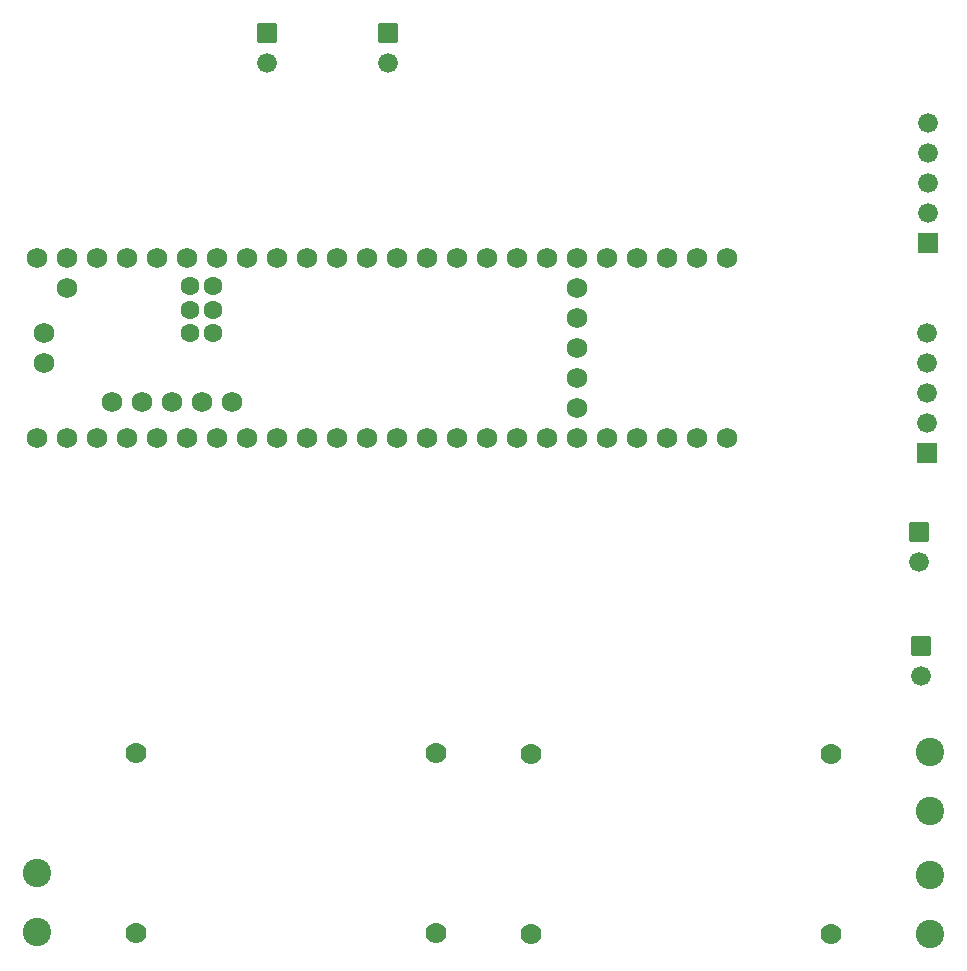
<source format=gbs>
G04 Layer: BottomSolderMaskLayer*
G04 EasyEDA v6.5.39, 2024-01-10 21:05:38*
G04 9cfd073529b94999841d5e3d22f50bd2,208856bd7ad64deca1bfdec547b981c7,10*
G04 Gerber Generator version 0.2*
G04 Scale: 100 percent, Rotated: No, Reflected: No *
G04 Dimensions in millimeters *
G04 leading zeros omitted , absolute positions ,4 integer and 5 decimal *
%FSLAX45Y45*%
%MOMM*%

%AMMACRO1*1,1,$1,$2,$3*1,1,$1,$4,$5*1,1,$1,0-$2,0-$3*1,1,$1,0-$4,0-$5*20,1,$1,$2,$3,$4,$5,0*20,1,$1,$4,$5,0-$2,0-$3,0*20,1,$1,0-$2,0-$3,0-$4,0-$5,0*20,1,$1,0-$4,0-$5,$2,$3,0*4,1,4,$2,$3,$4,$5,0-$2,0-$3,0-$4,0-$5,$2,$3,0*%
%ADD10MACRO1,0.1016X0.7874X-0.7874X-0.7874X-0.7874*%
%ADD11C,1.6764*%
%ADD12R,1.6764X1.6764*%
%ADD13C,1.7780*%
%ADD14C,1.7272*%
%ADD15C,1.6032*%
%ADD16C,2.4016*%

%LPD*%
D10*
G01*
X7823200Y-2908300D03*
D11*
G01*
X7823200Y-3162300D03*
D10*
G01*
X7810500Y-1943100D03*
D11*
G01*
X7810500Y-2197100D03*
D10*
G01*
X2286000Y2286000D03*
D11*
G01*
X2286000Y2032000D03*
D10*
G01*
X3315563Y2286000D03*
D11*
G01*
X3315563Y2032000D03*
G01*
X7874000Y-254000D03*
G01*
X7874000Y-508000D03*
G01*
X7874000Y-762000D03*
G01*
X7874000Y-1016000D03*
D12*
G01*
X7874000Y-1270000D03*
D11*
G01*
X7886700Y1524000D03*
G01*
X7886700Y1270000D03*
G01*
X7886700Y1016000D03*
G01*
X7886700Y762000D03*
D12*
G01*
X7886700Y508000D03*
D13*
G01*
X1181100Y-3810000D03*
G01*
X1181100Y-5334000D03*
G01*
X3721100Y-5334000D03*
G01*
X3721100Y-3810000D03*
G01*
X4521200Y-3822700D03*
G01*
X4521200Y-5346700D03*
G01*
X7061200Y-5346700D03*
G01*
X7061200Y-3822700D03*
D14*
G01*
X6179311Y-1143000D03*
G01*
X5671311Y-1143000D03*
G01*
X5417311Y-1143000D03*
G01*
X5925311Y-1143000D03*
G01*
X5163311Y-1143000D03*
G01*
X5925311Y381000D03*
G01*
X6179311Y381000D03*
G01*
X4909311Y-1143000D03*
G01*
X4909311Y-889000D03*
G01*
X4909311Y-635000D03*
G01*
X4909311Y-381000D03*
G01*
X4909311Y-127000D03*
G01*
X4909311Y127000D03*
G01*
X4909311Y381000D03*
G01*
X5163311Y381000D03*
G01*
X5417311Y381000D03*
G01*
X5671311Y381000D03*
G01*
X4655311Y-1143000D03*
G01*
X4147286Y-1143000D03*
G01*
X3893286Y-1143000D03*
G01*
X3639286Y-1143000D03*
G01*
X3385286Y-1143000D03*
G01*
X3131286Y-1143000D03*
G01*
X2877286Y-1143000D03*
G01*
X2623286Y-1143000D03*
G01*
X2369286Y-1143000D03*
G01*
X2115286Y-1143000D03*
G01*
X1861286Y-1143000D03*
G01*
X1607312Y-1143000D03*
G01*
X1353312Y-1143000D03*
G01*
X1099312Y-1143000D03*
G01*
X845312Y-1143000D03*
G01*
X591312Y-1143000D03*
G01*
X337312Y-1143000D03*
G01*
X337312Y381000D03*
G01*
X591312Y381000D03*
G01*
X845312Y381000D03*
G01*
X1099312Y381000D03*
G01*
X1353312Y381000D03*
G01*
X1607312Y381000D03*
G01*
X1861286Y381000D03*
G01*
X2115286Y381000D03*
G01*
X2369286Y381000D03*
G01*
X2623286Y381000D03*
G01*
X2877286Y381000D03*
G01*
X3131286Y381000D03*
G01*
X3385286Y381000D03*
G01*
X3639286Y381000D03*
G01*
X3893286Y381000D03*
G01*
X4147286Y381000D03*
G01*
X4655311Y381000D03*
G01*
X591312Y127000D03*
D15*
G01*
X1634312Y-59004D03*
G01*
X1834311Y140995D03*
G01*
X1634312Y140995D03*
D14*
G01*
X4401311Y381000D03*
G01*
X4401311Y-1143000D03*
G01*
X398322Y-508000D03*
G01*
X398322Y-254000D03*
G01*
X972312Y-843000D03*
G01*
X1226312Y-843000D03*
G01*
X1480312Y-843000D03*
G01*
X1734312Y-843000D03*
G01*
X1988286Y-843000D03*
D15*
G01*
X1634312Y-259003D03*
G01*
X1834311Y-59004D03*
G01*
X1834311Y-259003D03*
D16*
G01*
X342900Y-5329986D03*
G01*
X342900Y-4829987D03*
G01*
X7899400Y-4842687D03*
G01*
X7899400Y-5342686D03*
G01*
X7899400Y-3801287D03*
G01*
X7899400Y-4301286D03*
M02*

</source>
